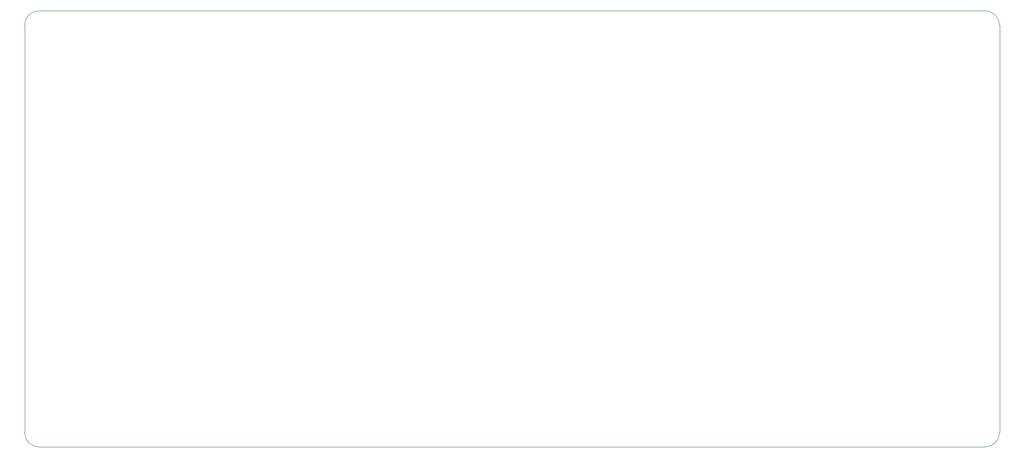
<source format=gbr>
G04 #@! TF.GenerationSoftware,KiCad,Pcbnew,(5.1.4)-1*
G04 #@! TF.CreationDate,2020-02-21T20:18:13-06:00*
G04 #@! TF.ProjectId,2020_BMSBOARD,32303230-5f42-44d5-9342-4f4152442e6b,rev?*
G04 #@! TF.SameCoordinates,Original*
G04 #@! TF.FileFunction,Profile,NP*
%FSLAX46Y46*%
G04 Gerber Fmt 4.6, Leading zero omitted, Abs format (unit mm)*
G04 Created by KiCad (PCBNEW (5.1.4)-1) date 2020-02-21 20:18:13*
%MOMM*%
%LPD*%
G04 APERTURE LIST*
%ADD10C,0.050000*%
G04 APERTURE END LIST*
D10*
X257810000Y19050000D02*
X92710000Y19050000D01*
X92710000Y-57150000D02*
X257810000Y-57150000D01*
X90170000Y-54610000D02*
X90170000Y16510000D01*
X90170000Y16510000D02*
G75*
G02X92710000Y19050000I2540000J0D01*
G01*
X92710000Y-57150000D02*
G75*
G02X90170000Y-54610000I0J2540000D01*
G01*
X260350000Y16510000D02*
X260350000Y-54610000D01*
X257810000Y19050000D02*
G75*
G02X260350000Y16510000I0J-2540000D01*
G01*
X260350000Y-54610000D02*
G75*
G02X257810000Y-57150000I-2540000J0D01*
G01*
M02*

</source>
